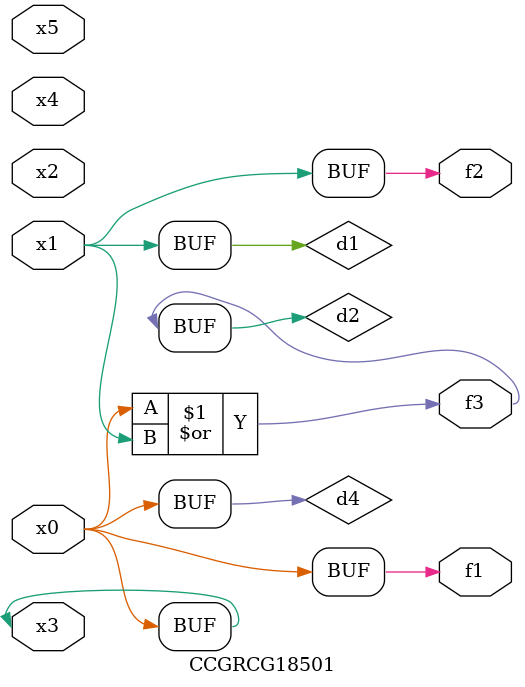
<source format=v>
module CCGRCG18501(
	input x0, x1, x2, x3, x4, x5,
	output f1, f2, f3
);

	wire d1, d2, d3, d4;

	and (d1, x1);
	or (d2, x0, x1);
	nand (d3, x0, x5);
	buf (d4, x0, x3);
	assign f1 = d4;
	assign f2 = d1;
	assign f3 = d2;
endmodule

</source>
